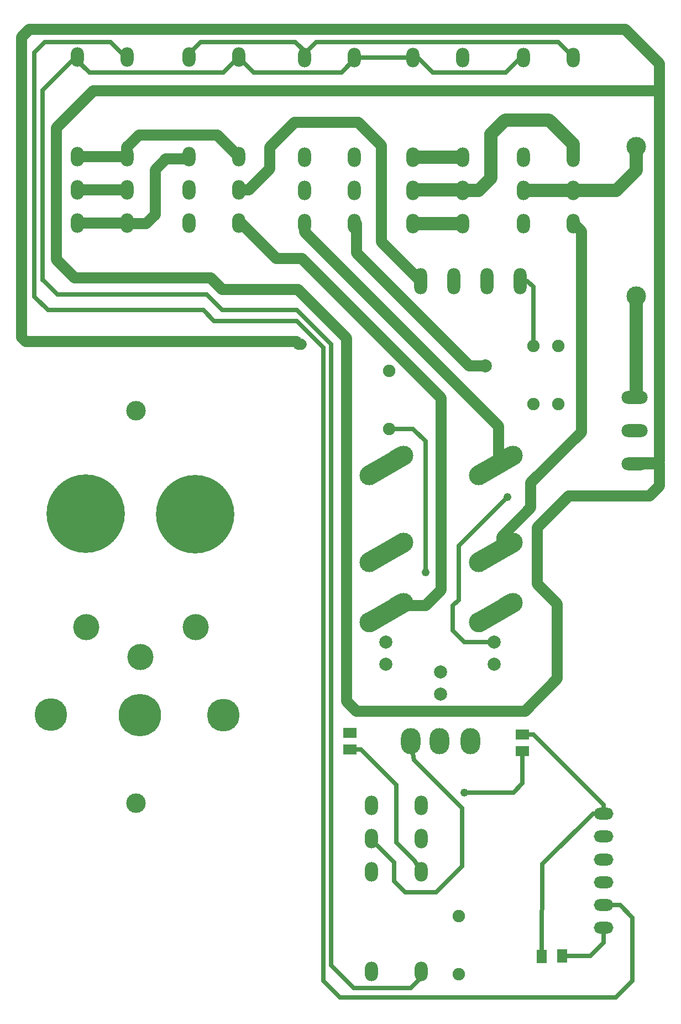
<source format=gbr>
%FSLAX23Y23*%
%MOIN*%
%AMT146*0 Bullet Pad at angle 120*21,1,0.11811,0.05906,0,0,120*%
%ADD146T146*%
%AMT147*0 Bullet Pad at angle 300*21,1,0.11811,0.05906,0,0,300*%
%ADD147T147*%
%ADD142O,0.11811X0.07087*%
%ADD22O,0.07874X0.11811*%
%ADD16O,0.07874X0.15748*%
%ADD143O,0.15748X0.07874*%
%ADD148O,0.11811X0.15748*%
%AMT145*0 Finger Pad at angle 120*1,1,0.11811,-0.10229,-0.05906*1,1,0.11811,0.10229,0.05906*21,1,0.11811,0.23622,0,0,120*%
%ADD145T145*%
%ADD88R,0.06000X0.08000*%
%ADD144R,0.08000X0.06000*%
%ADD92C,0.01000*%
%ADD94C,0.02500*%
%ADD149C,0.04800*%
%ADD155C,0.04803*%
%ADD95C,0.06693*%
%ADD141C,0.07500*%
%ADD91C,0.07874*%
%ADD100C,0.11811*%
%ADD26C,0.11811*%
%ADD98C,0.15748*%
%ADD139C,0.19685*%
%ADD140C,0.25591*%
%ADD138C,0.47244*%
X000Y000D02*
D02*
D16*
X2438Y4348D03*
X2638D03*
X2838D03*
X3038D03*
D02*
D22*
X368Y4697D03*
Y4898D03*
Y5098D03*
Y5697D03*
X668Y4697D03*
Y4898D03*
Y5098D03*
Y5697D03*
X1043Y4697D03*
Y4898D03*
Y5098D03*
Y5697D03*
X1343Y4697D03*
Y4898D03*
Y5098D03*
Y5697D03*
X1738Y4692D03*
Y4893D03*
Y5093D03*
Y5692D03*
X2038Y4692D03*
Y4893D03*
Y5093D03*
Y5692D03*
X2141Y190D03*
Y790D03*
Y990D03*
Y1190D03*
X2393Y4692D03*
Y4893D03*
Y5093D03*
Y5692D03*
X2441Y190D03*
Y790D03*
Y990D03*
Y1190D03*
X2693Y4692D03*
Y4893D03*
Y5093D03*
Y5692D03*
X3058Y4692D03*
Y4893D03*
Y5093D03*
Y5692D03*
X3358Y4692D03*
Y4893D03*
Y5093D03*
Y5692D03*
D02*
D26*
X3738Y4258D03*
Y5157D03*
D02*
D88*
X3169Y281D03*
X3291Y282D03*
D02*
D91*
X2228Y2041D03*
Y2174D03*
X2393Y4898D02*
X2693D01*
X2393Y5093D02*
X2693D01*
X2558Y1861D03*
Y1994D03*
X2693Y4692D02*
X2393D01*
X2828Y3837D03*
X2883Y2041D03*
Y2174D03*
X3358Y4893D02*
X3058D01*
X3358Y5093D02*
Y5173D01*
X3213Y5317*
X2948*
X2863Y5232*
Y4968*
X2788Y4893*
X2693*
X3738Y4258D02*
Y3648D01*
Y5157D02*
Y5013D01*
X3618Y4893*
X3358*
D02*
D92*
X2013Y1528D02*
X2018D01*
X2013Y1533*
Y1528*
D02*
D94*
X368Y5697D02*
Y5675D01*
X441Y5603*
X1248*
X1343Y5697*
Y5692*
X1433Y5603*
X1963*
X2048Y5692*
X2038*
X1738D02*
Y5732D01*
X1683Y5787*
X1113*
X1028Y5702*
Y5692*
X1043Y5697*
X2141Y990D02*
X2133D01*
Y993*
X2278Y848*
Y735*
X2346Y667*
X2533*
X2688Y823*
Y1173*
X2398Y1462*
X2379Y1577*
X2393Y5692D02*
X2423D01*
X2513Y5603*
X2953*
X3043Y5692*
X3058*
X2393D02*
X2038D01*
X2441Y190D02*
Y153D01*
X2378Y090*
X2036*
X1898Y228*
Y3967*
X1693Y4173*
X1243*
X1148Y4268*
X248*
X163Y4353*
X158*
Y5497*
X358Y5697*
X368*
X2441Y790D02*
X2403Y858D01*
X2293Y968*
Y1313*
X2078Y1528*
X2013*
X2468Y2592D02*
Y3382D01*
X2393Y3458*
X2248*
X2883Y2174D02*
X2873Y2172D01*
X2703*
X2633Y2243*
Y2393*
X2668Y2428*
Y2752*
X2963Y3047*
X3038Y4348D02*
X3083D01*
X3118Y4313*
Y3958*
X3053Y1518D02*
Y1323D01*
X2998Y1268*
X2703*
X3053Y1617D02*
X3118D01*
X3543Y1192*
X3543Y1141*
X3291Y282D02*
Y282D01*
X3463*
X3543Y362*
Y438*
X3548Y448*
X3543*
X3543Y452*
X3358Y5692D02*
Y5697D01*
X3268Y5787*
X1808*
X1738Y5718*
Y5692*
X3543Y590D02*
X3578Y590D01*
X3641*
X3716Y515*
Y133*
X3616Y033*
X1953*
X1853Y133*
Y3947*
X1693Y4107*
X1193*
X1128Y4173*
X191*
X108Y4255*
Y5725*
X171Y5787*
X568*
X658Y5697*
X668*
X3543Y1141D02*
X3477D01*
X3173Y838*
X3169Y281*
D02*
D95*
X368Y5098D02*
X668D01*
Y4697D02*
Y4695D01*
X683*
X738Y4692*
X783*
X838Y4747*
Y5018*
X903Y5082*
X1043*
Y5098*
X668Y4697D02*
X368D01*
X668Y4898D02*
X368D01*
X1343D02*
X1403D01*
X1528Y5023*
Y5152*
X1678Y5303*
X2063*
X2203Y5162*
Y4582*
X2438Y4348*
X1343Y5098D02*
X1213Y5228D01*
X741*
X666Y5152*
X668Y5098*
X2038Y4692D02*
X2053D01*
Y4518*
X2733Y3837*
X2828*
X2232Y2351D02*
X2278D01*
Y2393*
X2468*
X2563Y2487*
Y3643*
X1723Y4482*
X1568*
X1348Y4702*
X1343Y4697*
X2393Y4893D02*
Y4898D01*
X2693D02*
Y4893D01*
X2892Y3237D02*
X2908D01*
Y3473*
X1738Y4643*
Y4692*
X3358D02*
X3363D01*
X3408Y4648*
Y3438*
X3103Y3132*
Y2982*
X2928Y2808*
X2923Y2703*
Y2752*
X2892Y2714*
X3727Y3248D02*
X3878D01*
Y3112*
X3818Y3053*
X3333*
X3143Y2862*
Y2523*
X3263Y2402*
Y1952*
X3068Y1758*
X2053*
X1993Y1817*
Y4003*
X1698Y4298*
X1241*
X1171Y4367*
X353*
X243Y4478*
Y5270*
X466Y5492*
X3878*
X3738Y3648D02*
X3727Y3648D01*
X3878Y5492D02*
Y5657D01*
X3673Y5862*
X078*
X033Y5817*
Y4008*
X058Y3982*
X1688*
X1703Y3967*
X1718*
X3878Y5492D02*
Y3263D01*
X3868Y3252*
X3713*
D02*
D98*
X423Y2263D03*
X748Y2083D03*
X1083Y2263D03*
D02*
D100*
X723Y1202D03*
Y3567D03*
D02*
D138*
X418Y2947D03*
X1078Y2942D03*
D02*
D139*
X208Y1738D03*
X1248Y1732D03*
D02*
D140*
X746Y1735D03*
D02*
D141*
X2248Y3458D03*
Y3808D03*
X2668Y172D03*
Y522D03*
X3118Y3607D03*
Y3958D03*
X3268Y3607D03*
Y3958D03*
D02*
D142*
X3543Y452D03*
Y590D03*
Y728D03*
Y865D03*
Y1003D03*
Y1141D03*
D02*
D143*
X3727Y3248D03*
Y3448D03*
Y3648D03*
D02*
D144*
X2013Y1528D03*
Y1627D03*
X3053Y1518D03*
Y1617D03*
D02*
D145*
X2232Y2714D03*
Y3237D03*
X2232Y2351D03*
X2892Y2714D03*
Y3237D03*
X2892Y2351D03*
D02*
D146*
X2155Y2307D03*
D02*
D100*
X2130Y2292D03*
D02*
D146*
X2155Y2669D03*
D02*
D100*
X2130Y2655D03*
D02*
D146*
X2155Y3193D03*
D02*
D100*
X2130Y3178D03*
D02*
D146*
X2815Y2307D03*
D02*
D100*
X2790Y2292D03*
D02*
D146*
X2815Y2669D03*
D02*
D100*
X2790Y2655D03*
D02*
D146*
X2815Y3193D03*
D02*
D100*
X2790Y3178D03*
D02*
D147*
X2309Y2396D03*
D02*
D100*
X2334Y2410D03*
D02*
D147*
X2309Y2758D03*
D02*
D100*
X2334Y2773D03*
D02*
D147*
X2309Y3282D03*
D02*
D100*
X2334Y3296D03*
D02*
D147*
X2969Y2396D03*
D02*
D100*
X2994Y2410D03*
D02*
D147*
X2969Y2758D03*
D02*
D100*
X2994Y2773D03*
D02*
D147*
X2969Y3282D03*
D02*
D100*
X2994Y3296D03*
D02*
D148*
X2379Y1577D03*
X2552D03*
X2737D03*
D02*
D149*
X2468Y2592D03*
X2963Y3047D03*
D02*
D155*
X2703Y1268D03*
X000Y000D02*
M02*

</source>
